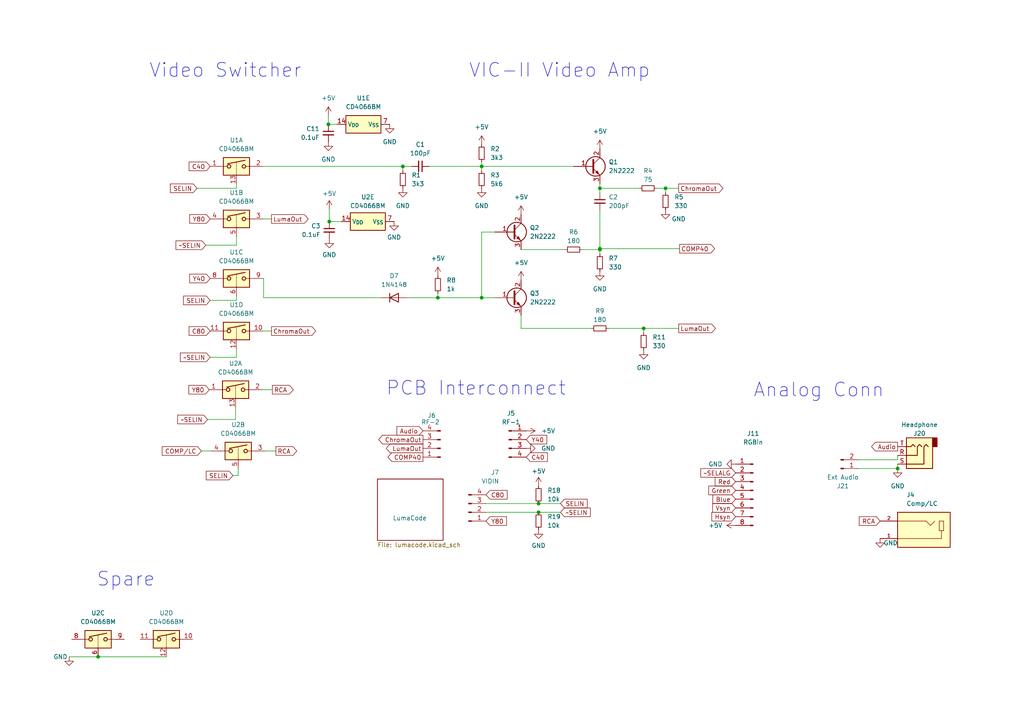
<source format=kicad_sch>
(kicad_sch (version 20230121) (generator eeschema)
  (paper "A4")
  (title_block (title "R2V2 - Commodore 128 Video Switcher") (date "2024-04-21") (rev "A") (company "©2024 Brian Holdsworth") (comment 1 "Many thanks to Steve Gray and Johan Grip for Technical help & Encouragement") (comment 2 "License CC-BY-SA 4.0") (comment 3 "Open Source Hardware"))
  (lib_symbols
    (symbol "Analog_Switch:CD4066BM"
      (property "Reference" "U" (at -5.08 3.81 0))
      (property "Value" "CD4066BM" (at 7.62 3.81 0))
      (symbol "CD4066BM_1_1"
        (rectangle (start -3.81 2.54) (end 3.81 -2.54) (stroke (width 0.254)) (fill (type background)))
        (circle (center -2.159 0) (radius 0.508) (stroke (width 0.254)))
        (polyline (pts (xy -5.08 0) (xy -2.794 0)))
        (polyline (pts (xy -2.54 0.762) (xy 2.54 1.778)) (stroke (width 0.254)))
        (polyline (pts (xy 0 -2.54) (xy 0 -2.032)))
        (polyline (pts (xy 0 -1.778) (xy 0 -1.524)))
        (polyline (pts (xy 0 -1.27) (xy 0 -1.016)))
        (polyline (pts (xy 0 -0.762) (xy 0 -0.508)))
        (polyline (pts (xy 0 -0.254) (xy 0 0)))
        (polyline (pts (xy 0 0.254) (xy 0 0.508)))
        (polyline (pts (xy 0 0.762) (xy 0 1.016)))
        (polyline (pts (xy 5.08 0) (xy 2.794 0)))
        (circle (center 2.159 0) (radius 0.508) (stroke (width 0.254)))
        (pin bidirectional line (at -7.62 0 0) (length 2.54) (name "~") (number "1"))
        (pin input line (at 0 -5.08 90) (length 2.54) (name "~") (number "13"))
        (pin bidirectional line (at 7.62 0 180) (length 2.54) (name "~") (number "2"))
      )
      (symbol "CD4066BM_2_1"
        (rectangle (start -3.81 2.54) (end 3.81 -2.54) (stroke (width 0.254)) (fill (type background)))
        (circle (center -2.159 0) (radius 0.508) (stroke (width 0.254)))
        (polyline (pts (xy -5.08 0) (xy -2.794 0)))
        (polyline (pts (xy -2.54 0.762) (xy 2.54 1.778)) (stroke (width 0.254)))
        (polyline (pts (xy 0 -2.54) (xy 0 -2.032)))
        (polyline (pts (xy 0 -1.778) (xy 0 -1.524)))
        (polyline (pts (xy 0 -1.27) (xy 0 -1.016)))
        (polyline (pts (xy 0 -0.762) (xy 0 -0.508)))
        (polyline (pts (xy 0 -0.254) (xy 0 0)))
        (polyline (pts (xy 0 0.254) (xy 0 0.508)))
        (polyline (pts (xy 0 0.762) (xy 0 1.016)))
        (polyline (pts (xy 5.08 0) (xy 2.794 0)))
        (circle (center 2.159 0) (radius 0.508) (stroke (width 0.254)))
        (pin bidirectional line (at 7.62 0 180) (length 2.54) (name "~") (number "3"))
        (pin bidirectional line (at -7.62 0 0) (length 2.54) (name "~") (number "4"))
        (pin input line (at 0 -5.08 90) (length 2.54) (name "~") (number "5"))
      )
      (symbol "CD4066BM_3_1"
        (rectangle (start -3.81 2.54) (end 3.81 -2.54) (stroke (width 0.254)) (fill (type background)))
        (circle (center -2.159 0) (radius 0.508) (stroke (width 0.254)))
        (polyline (pts (xy -5.08 0) (xy -2.794 0)))
        (polyline (pts (xy -2.54 0.762) (xy 2.54 1.778)) (stroke (width 0.254)))
        (polyline (pts (xy 0 -2.54) (xy 0 -2.032)))
        (polyline (pts (xy 0 -1.778) (xy 0 -1.524)))
        (polyline (pts (xy 0 -1.27) (xy 0 -1.016)))
        (polyline (pts (xy 0 -0.762) (xy 0 -0.508)))
        (polyline (pts (xy 0 -0.254) (xy 0 0)))
        (polyline (pts (xy 0 0.254) (xy 0 0.508)))
        (polyline (pts (xy 0 0.762) (xy 0 1.016)))
        (polyline (pts (xy 5.08 0) (xy 2.794 0)))
        (circle (center 2.159 0) (radius 0.508) (stroke (width 0.254)))
        (pin input line (at 0 -5.08 90) (length 2.54) (name "~") (number "6"))
        (pin bidirectional line (at -7.62 0 0) (length 2.54) (name "~") (number "8"))
        (pin bidirectional line (at 7.62 0 180) (length 2.54) (name "~") (number "9"))
      )
      (symbol "CD4066BM_4_1"
        (rectangle (start -3.81 2.54) (end 3.81 -2.54) (stroke (width 0.254)) (fill (type background)))
        (circle (center -2.159 0) (radius 0.508) (stroke (width 0.254)))
        (polyline (pts (xy -5.08 0) (xy -2.794 0)))
        (polyline (pts (xy -2.54 0.762) (xy 2.54 1.778)) (stroke (width 0.254)))
        (polyline (pts (xy 0 -2.54) (xy 0 -2.032)))
        (polyline (pts (xy 0 -1.778) (xy 0 -1.524)))
        (polyline (pts (xy 0 -1.27) (xy 0 -1.016)))
        (polyline (pts (xy 0 -0.762) (xy 0 -0.508)))
        (polyline (pts (xy 0 -0.254) (xy 0 0)))
        (polyline (pts (xy 0 0.254) (xy 0 0.508)))
        (polyline (pts (xy 0 0.762) (xy 0 1.016)))
        (polyline (pts (xy 5.08 0) (xy 2.794 0)))
        (circle (center 2.159 0) (radius 0.508) (stroke (width 0.254)))
        (pin bidirectional line (at 7.62 0 180) (length 2.54) (name "~") (number "10"))
        (pin bidirectional line (at -7.62 0 0) (length 2.54) (name "~") (number "11"))
        (pin input line (at 0 -5.08 90) (length 2.54) (name "~") (number "12"))
      )
      (symbol "CD4066BM_5_1"
        (rectangle (start -2.54 5.08) (end 2.54 -5.08) (stroke (width 0.254)) (fill (type background)))
        (pin power_in line (at 0 7.62 270) (length 2.54) (name "V_{DD}") (number "14"))
        (pin power_in line (at 0 -7.62 90) (length 2.54) (name "V_{SS}") (number "7"))
      )
    )
    (symbol "Connector:Conn_01x02_Pin" (pin_names (offset 1.016) hide)
      (property "Reference" "J" (at 0 2.54 0))
      (property "Value" "Conn_01x02_Pin" (at 0 -5.08 0))
      (symbol "Conn_01x02_Pin_1_1"
        (polyline (pts (xy 1.27 -2.54) (xy 0.8636 -2.54)) (stroke (width 0.1524)))
        (polyline (pts (xy 1.27 0) (xy 0.8636 0)) (stroke (width 0.1524)))
        (rectangle (start 0.8636 -2.413) (end 0 -2.667) (stroke (width 0.1524)) (fill (type outline)))
        (rectangle (start 0.8636 0.127) (end 0 -0.127) (stroke (width 0.1524)) (fill (type outline)))
        (pin passive line (at 5.08 0 180) (length 3.81) (name "Pin_1") (number "1"))
        (pin passive line (at 5.08 -2.54 180) (length 3.81) (name "Pin_2") (number "2"))
      )
    )
    (symbol "Connector:Conn_01x04_Pin" (pin_names (offset 1.016) hide)
      (property "Reference" "J" (at 0 5.08 0))
      (property "Value" "Conn_01x04_Pin" (at 0 -7.62 0))
      (symbol "Conn_01x04_Pin_1_1"
        (polyline (pts (xy 1.27 -5.08) (xy 0.8636 -5.08)) (stroke (width 0.1524)))
        (polyline (pts (xy 1.27 -2.54) (xy 0.8636 -2.54)) (stroke (width 0.1524)))
        (polyline (pts (xy 1.27 0) (xy 0.8636 0)) (stroke (width 0.1524)))
        (polyline (pts (xy 1.27 2.54) (xy 0.8636 2.54)) (stroke (width 0.1524)))
        (rectangle (start 0.8636 -4.953) (end 0 -5.207) (stroke (width 0.1524)) (fill (type outline)))
        (rectangle (start 0.8636 -2.413) (end 0 -2.667) (stroke (width 0.1524)) (fill (type outline)))
        (rectangle (start 0.8636 0.127) (end 0 -0.127) (stroke (width 0.1524)) (fill (type outline)))
        (rectangle (start 0.8636 2.667) (end 0 2.413) (stroke (width 0.1524)) (fill (type outline)))
        (pin passive line (at 5.08 2.54 180) (length 3.81) (name "Pin_1") (number "1"))
        (pin passive line (at 5.08 0 180) (length 3.81) (name "Pin_2") (number "2"))
        (pin passive line (at 5.08 -2.54 180) (length 3.81) (name "Pin_3") (number "3"))
        (pin passive line (at 5.08 -5.08 180) (length 3.81) (name "Pin_4") (number "4"))
      )
    )
    (symbol "Connector:Conn_01x08_Pin" (pin_names (offset 1.016) hide)
      (property "Reference" "J" (at 0 10.16 0))
      (property "Value" "Conn_01x08_Pin" (at 0 -12.7 0))
      (symbol "Conn_01x08_Pin_1_1"
        (polyline (pts (xy 1.27 -10.16) (xy 0.8636 -10.16)) (stroke (width 0.1524)))
        (polyline (pts (xy 1.27 -7.62) (xy 0.8636 -7.62)) (stroke (width 0.1524)))
        (polyline (pts (xy 1.27 -5.08) (xy 0.8636 -5.08)) (stroke (width 0.1524)))
        (polyline (pts (xy 1.27 -2.54) (xy 0.8636 -2.54)) (stroke (width 0.1524)))
        (polyline (pts (xy 1.27 0) (xy 0.8636 0)) (stroke (width 0.1524)))
        (polyline (pts (xy 1.27 2.54) (xy 0.8636 2.54)) (stroke (width 0.1524)))
        (polyline (pts (xy 1.27 5.08) (xy 0.8636 5.08)) (stroke (width 0.1524)))
        (polyline (pts (xy 1.27 7.62) (xy 0.8636 7.62)) (stroke (width 0.1524)))
        (rectangle (start 0.8636 -10.033) (end 0 -10.287) (stroke (width 0.1524)) (fill (type outline)))
        (rectangle (start 0.8636 -7.493) (end 0 -7.747) (stroke (width 0.1524)) (fill (type outline)))
        (rectangle (start 0.8636 -4.953) (end 0 -5.207) (stroke (width 0.1524)) (fill (type outline)))
        (rectangle (start 0.8636 -2.413) (end 0 -2.667) (stroke (width 0.1524)) (fill (type outline)))
        (rectangle (start 0.8636 0.127) (end 0 -0.127) (stroke (width 0.1524)) (fill (type outline)))
        (rectangle (start 0.8636 2.667) (end 0 2.413) (stroke (width 0.1524)) (fill (type outline)))
        (rectangle (start 0.8636 5.207) (end 0 4.953) (stroke (width 0.1524)) (fill (type outline)))
        (rectangle (start 0.8636 7.747) (end 0 7.493) (stroke (width 0.1524)) (fill (type outline)))
        (pin passive line (at 5.08 7.62 180) (length 3.81) (name "Pin_1") (number "1"))
        (pin passive line (at 5.08 5.08 180) (length 3.81) (name "Pin_2") (number "2"))
        (pin passive line (at 5.08 2.54 180) (length 3.81) (name "Pin_3") (number "3"))
        (pin passive line (at 5.08 0 180) (length 3.81) (name "Pin_4") (number "4"))
        (pin passive line (at 5.08 -2.54 180) (length 3.81) (name "Pin_5") (number "5"))
        (pin passive line (at 5.08 -5.08 180) (length 3.81) (name "Pin_6") (number "6"))
        (pin passive line (at 5.08 -7.62 180) (length 3.81) (name "Pin_7") (number "7"))
        (pin passive line (at 5.08 -10.16 180) (length 3.81) (name "Pin_8") (number "8"))
      )
    )
    (symbol "Connector_Audio:AudioJack3"
      (property "Reference" "J" (at 0 8.89 0))
      (property "Value" "AudioJack3" (at 0 6.35 0))
      (symbol "AudioJack3_0_1"
        (rectangle (start -5.08 -5.08) (end -6.35 -2.54) (stroke (width 0.254)) (fill (type outline)))
        (polyline (pts (xy 0 -2.54) (xy 0.635 -3.175) (xy 1.27 -2.54) (xy 2.54 -2.54)) (stroke (width 0.254)))
        (polyline (pts (xy -1.905 -2.54) (xy -1.27 -3.175) (xy -0.635 -2.54) (xy -0.635 0) (xy 2.54 0)) (stroke (width 0.254)))
        (polyline (pts (xy 2.54 2.54) (xy -2.54 2.54) (xy -2.54 -2.54) (xy -3.175 -3.175) (xy -3.81 -2.54)) (stroke (width 0.254)))
        (rectangle (start 2.54 3.81) (end -5.08 -5.08) (stroke (width 0.254)) (fill (type background)))
      )
      (symbol "AudioJack3_1_1"
        (pin passive line (at 5.08 0 180) (length 2.54) (name "~") (number "R"))
        (pin passive line (at 5.08 2.54 180) (length 2.54) (name "~") (number "S"))
        (pin passive line (at 5.08 -2.54 180) (length 2.54) (name "~") (number "T"))
      )
    )
    (symbol "Device:C_Small" (pin_numbers hide) (pin_names (offset 0.254) hide)
      (property "Reference" "C" (at 0.254 1.778 0))
      (property "Value" "C_Small" (at 0.254 -2.032 0))
      (symbol "C_Small_0_1"
        (polyline (pts (xy -1.524 -0.508) (xy 1.524 -0.508)) (stroke (width 0.3302)))
        (polyline (pts (xy -1.524 0.508) (xy 1.524 0.508)) (stroke (width 0.3048)))
      )
      (symbol "C_Small_1_1"
        (pin passive line (at 0 2.54 270) (length 2.032) (name "~") (number "1"))
        (pin passive line (at 0 -2.54 90) (length 2.032) (name "~") (number "2"))
      )
    )
    (symbol "Device:D" (pin_numbers hide) (pin_names (offset 1.016) hide)
      (property "Reference" "D" (at 0 2.54 0))
      (property "Value" "D" (at 0 -2.54 0))
      (symbol "D_0_1"
        (polyline (pts (xy -1.27 1.27) (xy -1.27 -1.27)) (stroke (width 0.254)))
        (polyline (pts (xy 1.27 0) (xy -1.27 0)))
        (polyline (pts (xy 1.27 1.27) (xy 1.27 -1.27) (xy -1.27 0) (xy 1.27 1.27)) (stroke (width 0.254)))
      )
      (symbol "D_1_1"
        (pin passive line (at -3.81 0 0) (length 2.54) (name "K") (number "1"))
        (pin passive line (at 3.81 0 180) (length 2.54) (name "A") (number "2"))
      )
    )
    (symbol "Device:Q_NPN_BCE" (pin_names (offset 0) hide)
      (property "Reference" "Q" (at 5.08 1.27 0))
      (property "Value" "Q_NPN_BCE" (at 5.08 -1.27 0))
      (symbol "Q_NPN_BCE_0_1"
        (polyline (pts (xy 0.635 0.635) (xy 2.54 2.54)))
        (polyline (pts (xy 0.635 -0.635) (xy 2.54 -2.54) (xy 2.54 -2.54)))
        (polyline (pts (xy 0.635 1.905) (xy 0.635 -1.905) (xy 0.635 -1.905)) (stroke (width 0.508)))
        (polyline (pts (xy 1.27 -1.778) (xy 1.778 -1.27) (xy 2.286 -2.286) (xy 1.27 -1.778) (xy 1.27 -1.778)) (fill (type outline)))
        (circle (center 1.27 0) (radius 2.8194) (stroke (width 0.254)))
      )
      (symbol "Q_NPN_BCE_1_1"
        (pin input line (at -5.08 0 0) (length 5.715) (name "B") (number "1"))
        (pin passive line (at 2.54 5.08 270) (length 2.54) (name "C") (number "2"))
        (pin passive line (at 2.54 -5.08 90) (length 2.54) (name "E") (number "3"))
      )
    )
    (symbol "Device:R_Small" (pin_numbers hide) (pin_names (offset 0.254) hide)
      (property "Reference" "R" (at 0.762 0.508 0))
      (property "Value" "R_Small" (at 0.762 -1.016 0))
      (symbol "R_Small_0_1"
        (rectangle (start -0.762 1.778) (end 0.762 -1.778) (stroke (width 0.2032)))
      )
      (symbol "R_Small_1_1"
        (pin passive line (at 0 2.54 270) (length 0.762) (name "~") (number "1"))
        (pin passive line (at 0 -2.54 90) (length 0.762) (name "~") (number "2"))
      )
    )
    (symbol "RCJ-044:RCJ-044" (pin_names (offset 1.016))
      (property "Reference" "J" (at -7.62 6.35 0))
      (property "Value" "RCJ-044" (at -7.62 -6.35 0))
      (symbol "RCJ-044_0_0"
        (rectangle (start -7.62 -5.08) (end 7.62 5.08) (stroke (width 0.254)) (fill (type background)))
        (polyline (pts (xy -5.715 -0.254) (xy -5.08 -0.254)) (stroke (width 0.1524)))
        (polyline (pts (xy -5.715 2.54) (xy -5.715 -0.254)) (stroke (width 0.1524)))
        (polyline (pts (xy -5.08 -2.54) (xy -5.08 -0.254)) (stroke (width 0.1524)))
        (polyline (pts (xy -5.08 -2.54) (xy 7.62 -2.54)) (stroke (width 0.1524)))
        (polyline (pts (xy -5.08 -0.254) (xy -4.445 -0.254)) (stroke (width 0.1524)))
        (polyline (pts (xy -4.445 -0.254) (xy -4.445 2.54)) (stroke (width 0.1524)))
        (polyline (pts (xy -4.445 2.54) (xy -5.715 2.54)) (stroke (width 0.1524)))
        (polyline (pts (xy -1.905 1.27) (xy -3.175 2.54)) (stroke (width 0.1524)))
        (polyline (pts (xy -0.635 2.54) (xy -1.905 1.27)) (stroke (width 0.1524)))
        (polyline (pts (xy -0.635 2.54) (xy 7.62 2.54)) (stroke (width 0.1524)))
        (pin passive line (at 12.7 -2.54 180) (length 5.08) (name "~") (number "1"))
        (pin passive line (at 12.7 2.54 180) (length 5.08) (name "~") (number "2"))
      )
    )
    (symbol "power:+5V" (power) (pin_names (offset 0))
      (property "Value" "+5V" (at 0 3.556 0))
      (symbol "+5V_0_1"
        (polyline (pts (xy -0.762 1.27) (xy 0 2.54)))
        (polyline (pts (xy 0 0) (xy 0 2.54)))
        (polyline (pts (xy 0 2.54) (xy 0.762 1.27)))
      )
      (symbol "+5V_1_1"
        (pin power_in line (at 0 0 90) (length 0) hide (name "+5V") (number "1"))
      )
    )
    (symbol "power:GND" (power) (pin_names (offset 0))
      (property "Value" "GND" (at 0 -3.81 0))
      (symbol "GND_0_1"
        (polyline (pts (xy 0 0) (xy 0 -1.27) (xy 1.27 -1.27) (xy 0 -2.54) (xy -1.27 -1.27) (xy 0 -1.27)))
      )
      (symbol "GND_1_1"
        (pin power_in line (at 0 0 270) (length 0) hide (name "GND") (number "1"))
      )
    )
  )
  (junction (at 139.7 86.36))
  (junction (at 95.25 36.068))
  (junction (at 173.99 72.136))
  (junction (at 173.99 54.61))
  (junction (at 127 86.36))
  (junction (at 28.448 190.5))
  (junction (at 139.7 48.26))
  (junction (at 156.21 146.05))
  (junction (at 260.35 135.89))
  (junction (at 173.99 72.39))
  (junction (at 116.84 48.26))
  (junction (at 193.04 54.61))
  (junction (at 156.21 148.59))
  (junction (at 186.69 95.25))
  (junction (at 95.504 64.262))
  (wire (pts (xy 186.69 95.25) (xy 196.85 95.25)))
  (wire (pts (xy 143.51 67.31) (xy 139.7 67.31)))
  (wire (pts (xy 95.504 60.706) (xy 95.504 64.262)))
  (wire (pts (xy 190.5 54.61) (xy 193.04 54.61)))
  (wire (pts (xy 95.25 36.068) (xy 97.79 36.068)))
  (wire (pts (xy 95.504 64.262) (xy 99.06 64.262)))
  (wire (pts (xy 139.7 48.26) (xy 139.7 49.53)))
  (wire (pts (xy 173.99 72.136) (xy 173.99 60.96)))
  (wire (pts (xy 118.11 86.36) (xy 127 86.36)))
  (wire (pts (xy 60.96 87.122) (xy 68.58 87.122)))
  (wire (pts (xy 193.04 54.61) (xy 193.04 55.88)))
  (wire (pts (xy 156.21 146.05) (xy 162.56 146.05)))
  (wire (pts (xy 59.69 71.12) (xy 68.58 71.12)))
  (wire (pts (xy 95.25 33.528) (xy 95.25 36.068)))
  (wire (pts (xy 139.7 67.31) (xy 139.7 86.36)))
  (wire (pts (xy 28.448 190.5) (xy 48.26 190.5)))
  (wire (pts (xy 75.946 113.03) (xy 78.994 113.03)))
  (wire (pts (xy 151.13 95.25) (xy 171.45 95.25)))
  (wire (pts (xy 248.92 133.35) (xy 260.35 133.35)))
  (wire (pts (xy 124.46 48.26) (xy 139.7 48.26)))
  (wire (pts (xy 173.99 53.34) (xy 173.99 54.61)))
  (wire (pts (xy 173.99 54.61) (xy 185.42 54.61)))
  (wire (pts (xy 60.96 103.632) (xy 68.58 103.632)))
  (wire (pts (xy 76.2 48.26) (xy 116.84 48.26)))
  (wire (pts (xy 76.454 86.36) (xy 110.49 86.36)))
  (wire (pts (xy 76.454 80.772) (xy 76.454 86.36)))
  (wire (pts (xy 173.99 72.136) (xy 197.104 72.136)))
  (wire (pts (xy 57.15 54.61) (xy 68.58 54.61)))
  (wire (pts (xy 76.2 96.012) (xy 78.74 96.012)))
  (wire (pts (xy 68.58 71.12) (xy 68.58 68.58)))
  (wire (pts (xy 173.99 72.136) (xy 173.99 72.39)))
  (wire (pts (xy 20.066 190.5) (xy 28.448 190.5)))
  (wire (pts (xy 260.35 135.89) (xy 248.92 135.89)))
  (wire (pts (xy 68.58 54.61) (xy 68.58 53.34)))
  (wire (pts (xy 60.198 121.666) (xy 68.326 121.666)))
  (wire (pts (xy 139.7 86.36) (xy 143.51 86.36)))
  (wire (pts (xy 260.35 133.35) (xy 260.35 132.08)))
  (wire (pts (xy 127 86.36) (xy 139.7 86.36)))
  (wire (pts (xy 69.088 137.922) (xy 67.564 137.922)))
  (wire (pts (xy 156.21 148.59) (xy 162.56 148.59)))
  (wire (pts (xy 139.7 48.26) (xy 166.37 48.26)))
  (wire (pts (xy 139.7 46.99) (xy 139.7 48.26)))
  (wire (pts (xy 193.04 54.61) (xy 196.85 54.61)))
  (wire (pts (xy 151.13 91.44) (xy 151.13 95.25)))
  (wire (pts (xy 176.53 95.25) (xy 186.69 95.25)))
  (wire (pts (xy 140.97 146.05) (xy 156.21 146.05)))
  (wire (pts (xy 68.58 87.122) (xy 68.58 85.852)))
  (wire (pts (xy 260.35 134.62) (xy 260.35 135.89)))
  (wire (pts (xy 186.69 95.25) (xy 186.69 96.52)))
  (wire (pts (xy 151.13 72.39) (xy 163.83 72.39)))
  (wire (pts (xy 69.088 135.89) (xy 69.088 137.922)))
  (wire (pts (xy 68.326 118.11) (xy 68.326 121.666)))
  (wire (pts (xy 76.2 63.5) (xy 78.74 63.5)))
  (wire (pts (xy 76.708 130.81) (xy 80.01 130.81)))
  (wire (pts (xy 116.84 48.26) (xy 116.84 49.53)))
  (wire (pts (xy 173.99 72.39) (xy 173.99 73.66)))
  (wire (pts (xy 127 85.09) (xy 127 86.36)))
  (wire (pts (xy 140.97 148.59) (xy 156.21 148.59)))
  (wire (pts (xy 68.58 103.632) (xy 68.58 101.092)))
  (wire (pts (xy 173.99 54.61) (xy 173.99 55.88)))
  (wire (pts (xy 168.91 72.39) (xy 173.99 72.39)))
  (wire (pts (xy 76.2 80.772) (xy 76.454 80.772)))
  (wire (pts (xy 58.42 130.81) (xy 61.468 130.81)))
  (wire (pts (xy 116.84 48.26) (xy 119.38 48.26)))
  (text "Spare" (at 27.94 170.434 0) (effects (font (size 4 4)) (justify left bottom)))
  (text "VIC-II Video Amp" (at 135.89 22.86 0) (effects (font (size 4 4)) (justify left bottom)))
  (text "Video Switcher" (at 43.18 22.86 0) (effects (font (size 4 4)) (justify left bottom)))
  (text "Analog Conn" (at 218.44 115.57 0) (effects (font (size 4 4)) (justify left bottom)))
  (text "PCB Interconnect" (at 111.887 115.062 0) (effects (font (size 4 4)) (justify left bottom)))
  (global_label "Vsyn" (shape input) (at 213.36 147.32 180) (property "Intersheetrefs" "${INTERSHEET_REFS}" (effects hide)))
  (global_label "COMP40" (shape output) (at 197.104 72.136 0) (property "Intersheetrefs" "${INTERSHEET_REFS}" (effects hide)))
  (global_label "Y80" (shape input) (at 60.706 113.03 180) (property "Intersheetrefs" "${INTERSHEET_REFS}" (effects hide)))
  (global_label "SELIN" (shape input) (at 60.96 87.122 180) (property "Intersheetrefs" "${INTERSHEET_REFS}" (effects hide)))
  (global_label "Y40" (shape input) (at 60.96 80.772 180) (property "Intersheetrefs" "${INTERSHEET_REFS}" (effects hide)))
  (global_label "ChromaOut" (shape output) (at 122.682 127.508 180) (property "Intersheetrefs" "${INTERSHEET_REFS}" (effects hide)))
  (global_label "Blue" (shape input) (at 213.36 144.78 180) (property "Intersheetrefs" "${INTERSHEET_REFS}" (effects hide)))
  (global_label "COMP40" (shape output) (at 122.682 132.588 180) (property "Intersheetrefs" "${INTERSHEET_REFS}" (effects hide)))
  (global_label "LumaOut" (shape output) (at 122.682 130.048 180) (property "Intersheetrefs" "${INTERSHEET_REFS}" (effects hide)))
  (global_label "RCA" (shape output) (at 80.01 130.81 0) (property "Intersheetrefs" "${INTERSHEET_REFS}" (effects hide)))
  (global_label "C40" (shape input) (at 60.96 48.26 180) (property "Intersheetrefs" "${INTERSHEET_REFS}" (effects hide)))
  (global_label "Y80" (shape input) (at 140.97 151.13 0) (property "Intersheetrefs" "${INTERSHEET_REFS}" (effects hide)))
  (global_label "Audio" (shape input) (at 122.682 124.968 180) (property "Intersheetrefs" "${INTERSHEET_REFS}" (effects hide)))
  (global_label "~SELIN" (shape input) (at 60.96 103.632 180) (property "Intersheetrefs" "${INTERSHEET_REFS}" (effects hide)))
  (global_label "Y40" (shape input) (at 152.654 127.508 0) (property "Intersheetrefs" "${INTERSHEET_REFS}" (effects hide)))
  (global_label "~SELIN" (shape input) (at 59.69 71.12 180) (property "Intersheetrefs" "${INTERSHEET_REFS}" (effects hide)))
  (global_label "Hsyn" (shape input) (at 213.36 149.86 180) (property "Intersheetrefs" "${INTERSHEET_REFS}" (effects hide)))
  (global_label "COMP{slash}LC" (shape input) (at 58.42 130.81 180) (property "Intersheetrefs" "${INTERSHEET_REFS}" (effects hide)))
  (global_label "SELIN" (shape input) (at 67.564 137.922 180) (property "Intersheetrefs" "${INTERSHEET_REFS}" (effects hide)))
  (global_label "LumaOut" (shape output) (at 196.85 95.25 0) (property "Intersheetrefs" "${INTERSHEET_REFS}" (effects hide)))
  (global_label "Audio" (shape output) (at 260.35 129.54 180) (property "Intersheetrefs" "${INTERSHEET_REFS}" (effects hide)))
  (global_label "Green" (shape input) (at 213.36 142.24 180) (property "Intersheetrefs" "${INTERSHEET_REFS}" (effects hide)))
  (global_label "Red" (shape input) (at 213.36 139.7 180) (property "Intersheetrefs" "${INTERSHEET_REFS}" (effects hide)))
  (global_label "~SELALG" (shape input) (at 213.36 137.16 180) (property "Intersheetrefs" "${INTERSHEET_REFS}" (effects hide)))
  (global_label "~SELIN" (shape input) (at 162.56 148.59 0) (property "Intersheetrefs" "${INTERSHEET_REFS}" (effects hide)))
  (global_label "Y80" (shape input) (at 60.96 63.5 180) (property "Intersheetrefs" "${INTERSHEET_REFS}" (effects hide)))
  (global_label "C80" (shape input) (at 60.96 96.012 180) (property "Intersheetrefs" "${INTERSHEET_REFS}" (effects hide)))
  (global_label "SELIN" (shape input) (at 162.56 146.05 0) (property "Intersheetrefs" "${INTERSHEET_REFS}" (effects hide)))
  (global_label "ChromaOut" (shape output) (at 196.85 54.61 0) (property "Intersheetrefs" "${INTERSHEET_REFS}" (effects hide)))
  (global_label "RCA" (shape input) (at 255.27 151.13 180) (property "Intersheetrefs" "${INTERSHEET_REFS}" (effects hide)))
  (global_label "~SELIN" (shape input) (at 60.198 121.666 180) (property "Intersheetrefs" "${INTERSHEET_REFS}" (effects hide)))
  (global_label "C80" (shape input) (at 140.97 143.51 0) (property "Intersheetrefs" "${INTERSHEET_REFS}" (effects hide)))
  (global_label "ChromaOut" (shape output) (at 78.74 96.012 0) (property "Intersheetrefs" "${INTERSHEET_REFS}" (effects hide)))
  (global_label "C40" (shape input) (at 152.654 132.588 0) (property "Intersheetrefs" "${INTERSHEET_REFS}" (effects hide)))
  (global_label "SELIN" (shape input) (at 57.15 54.61 180) (property "Intersheetrefs" "${INTERSHEET_REFS}" (effects hide)))
  (global_label "RCA" (shape output) (at 78.994 113.03 0) (property "Intersheetrefs" "${INTERSHEET_REFS}" (effects hide)))
  (global_label "LumaOut" (shape output) (at 78.74 63.5 0) (property "Intersheetrefs" "${INTERSHEET_REFS}" (effects hide)))
  (symbol (lib_id "Device:R_Small") (at 173.99 95.25 90) (unit 1)
    (property "Reference" "R9" (at 173.99 90.17 90))
    (property "Value" "180" (at 173.99 92.71 90))
    (property "Footprint" "Resistor_SMD:R_1206_3216Metric" (effects hide))
  )
  (symbol (lib_id "Device:R_Small") (at 173.99 76.2 0) (unit 1)
    (property "Reference" "R7" (at 176.53 74.93 0) (effects (justify left)))
    (property "Value" "330" (at 176.53 77.47 0) (effects (justify left)))
    (property "Footprint" "Resistor_SMD:R_1206_3216Metric" (effects hide))
  )
  (symbol (lib_id "Device:R_Small") (at 187.96 54.61 90) (unit 1)
    (property "Reference" "R4" (at 187.96 49.53 90))
    (property "Value" "75" (at 187.96 52.07 90))
    (property "Footprint" "Resistor_SMD:R_1206_3216Metric" (effects hide))
  )
  (symbol (lib_id "power:+5V") (at 151.13 62.23 0) (unit 1)
    (property "Reference" "#PWR013" (effects hide))
    (property "Value" "+5V" (at 151.13 57.15 0))
  )
  (symbol (lib_id "power:GND") (at 95.504 69.342 0) (unit 1)
    (property "Reference" "#PWR042" (effects hide))
    (property "Value" "GND" (at 95.504 73.914 0))
  )
  (symbol (lib_id "Device:C_Small") (at 95.504 66.802 0) (mirror y) (unit 1)
    (property "Reference" "C3" (at 92.964 65.5383 0) (effects (justify left)))
    (property "Value" "0.1uF" (at 92.964 68.0783 0) (effects (justify left)))
    (property "Footprint" "Capacitor_SMD:C_1206_3216Metric" (effects hide))
  )
  (symbol (lib_id "power:GND") (at 95.25 41.148 0) (unit 1)
    (property "Reference" "#PWR043" (effects hide))
    (property "Value" "GND" (at 95.25 46.228 0))
  )
  (symbol (lib_id "Analog_Switch:CD4066BM") (at 68.58 48.26 0) (unit 1)
    (property "Reference" "U1" (at 68.58 40.64 0))
    (property "Value" "CD4066BM" (at 68.58 43.18 0))
    (property "Footprint" "Package_SO:SO-14_3.9x8.65mm_P1.27mm" (effects hide))
    (property "Datasheet" "https://www.ti.com/lit/ds/symlink/cd4066b.pdf" (effects hide))
  )
  (symbol (lib_id "power:GND") (at 114.3 64.262 0) (unit 1)
    (property "Reference" "#PWR041" (effects hide))
    (property "Value" "GND" (at 114.3 68.834 0))
  )
  (symbol (lib_id "Connector:Conn_01x04_Pin") (at 127.762 130.048 180) (unit 1)
    (property "Reference" "J6" (at 125.222 120.523 0))
    (property "Value" "RF-2" (at 124.841 122.428 0))
    (property "Footprint" "Connector_PinHeader_2.54mm:PinHeader_1x04_P2.54mm_Vertical" (effects hide))
  )
  (symbol (lib_id "power:+5V") (at 95.25 33.528 0) (unit 1)
    (property "Reference" "#PWR035" (effects hide))
    (property "Value" "+5V" (at 95.25 28.448 0))
  )
  (symbol (lib_id "Device:R_Small") (at 156.21 151.13 0) (unit 1)
    (property "Reference" "R19" (at 158.75 149.86 0) (effects (justify left)))
    (property "Value" "10k" (at 158.75 152.4 0) (effects (justify left)))
    (property "Footprint" "Resistor_SMD:R_1206_3216Metric" (effects hide))
  )
  (symbol (lib_id "power:+5V") (at 173.99 43.18 0) (unit 1)
    (property "Reference" "#PWR012" (effects hide))
    (property "Value" "+5V" (at 173.99 38.1 0))
  )
  (symbol (lib_id "Analog_Switch:CD4066BM") (at 68.58 80.772 0) (unit 3)
    (property "Reference" "U1" (at 68.58 73.152 0))
    (property "Value" "CD4066BM" (at 68.58 75.692 0))
    (property "Footprint" "Package_SO:SO-14_3.9x8.65mm_P1.27mm" (effects hide))
    (property "Datasheet" "https://www.ti.com/lit/ds/symlink/cd4066b.pdf" (effects hide))
  )
  (symbol (lib_id "power:GND") (at 139.7 54.61 0) (unit 1)
    (property "Reference" "#PWR016" (effects hide))
    (property "Value" "GND" (at 139.7 59.69 0))
  )
  (symbol (lib_id "Device:D") (at 114.3 86.36 0) (unit 1)
    (property "Reference" "D7" (at 114.3 80.01 0))
    (property "Value" "1N4148" (at 114.3 82.55 0))
    (property "Footprint" "Diode_SMD:D_SOD-123" (effects hide))
    (property "Sim.Device" "D" (effects hide))
    (property "Sim.Pins" "1=K 2=A" (effects hide))
  )
  (symbol (lib_id "Analog_Switch:CD4066BM") (at 48.26 185.42 0) (unit 4)
    (property "Reference" "U2" (at 48.26 177.8 0))
    (property "Value" "CD4066BM" (at 48.26 180.34 0))
    (property "Footprint" "Package_SO:SO-14_3.9x8.65mm_P1.27mm" (effects hide))
    (property "Datasheet" "https://www.ti.com/lit/ds/symlink/cd4066b.pdf" (effects hide))
  )
  (symbol (lib_id "Connector:Conn_01x08_Pin") (at 218.44 142.24 0) (mirror y) (unit 1)
    (property "Reference" "J11" (at 218.44 125.73 0))
    (property "Value" "RGBin" (at 218.44 128.27 0))
    (property "Footprint" "Connector_PinHeader_2.54mm:PinHeader_2x04_P2.54mm_Vertical" (effects hide))
  )
  (symbol (lib_id "Device:R_Small") (at 186.69 99.06 0) (unit 1)
    (property "Reference" "R11" (at 189.23 97.79 0) (effects (justify left)))
    (property "Value" "330" (at 189.23 100.33 0) (effects (justify left)))
    (property "Footprint" "Resistor_SMD:R_1206_3216Metric" (effects hide))
  )
  (symbol (lib_id "power:GND") (at 213.36 134.62 270) (unit 1)
    (property "Reference" "#PWR01" (effects hide))
    (property "Value" "GND" (at 209.55 134.62 90) (effects (justify right)))
  )
  (symbol (lib_id "RCJ-044:RCJ-044") (at 267.97 153.67 0) (mirror y) (unit 1)
    (property "Reference" "J4" (at 262.89 143.51 0) (effects (justify right)))
    (property "Value" "Comp/LC" (at 262.89 146.05 0) (effects (justify right)))
    (property "Footprint" "r2v2_proj_models:CUI_RCJ-044" (effects hide))
    (property "PARTREV" "1.02" (effects hide))
    (property "STANDARD" "Manufacturer Recommendations" (effects hide))
    (property "MAXIMUM_PACKAGE_HEIGHT" "11.6 mm" (effects hide))
    (property "MANUFACTURER" "CUI Devices" (effects hide))
  )
  (symbol (lib_id "Device:R_Small") (at 139.7 44.45 0) (unit 1)
    (property "Reference" "R2" (at 142.24 43.18 0) (effects (justify left)))
    (property "Value" "3k3" (at 142.24 45.72 0) (effects (justify left)))
    (property "Footprint" "Resistor_SMD:R_1206_3216Metric" (effects hide))
  )
  (symbol (lib_id "power:+5V") (at 213.36 152.4 90) (unit 1)
    (property "Reference" "#PWR03" (effects hide))
    (property "Value" "+5V" (at 209.55 152.4 90) (effects (justify left)))
  )
  (symbol (lib_id "power:GND") (at 186.69 101.6 0) (unit 1)
    (property "Reference" "#PWR021" (effects hide))
    (property "Value" "GND" (at 186.69 106.68 0))
  )
  (symbol (lib_id "power:GND") (at 116.84 54.61 0) (unit 1)
    (property "Reference" "#PWR015" (effects hide))
    (property "Value" "GND" (at 116.84 59.69 0))
  )
  (symbol (lib_id "power:+5V") (at 127 80.01 0) (unit 1)
    (property "Reference" "#PWR020" (effects hide))
    (property "Value" "+5V" (at 127 74.93 0))
  )
  (symbol (lib_id "Analog_Switch:CD4066BM") (at 68.326 113.03 0) (unit 1)
    (property "Reference" "U2" (at 68.326 105.41 0))
    (property "Value" "CD4066BM" (at 68.326 107.95 0))
    (property "Footprint" "Package_SO:SO-14_3.9x8.65mm_P1.27mm" (effects hide))
    (property "Datasheet" "https://www.ti.com/lit/ds/symlink/cd4066b.pdf" (effects hide))
  )
  (symbol (lib_id "power:GND") (at 193.04 60.96 0) (unit 1)
    (property "Reference" "#PWR018" (effects hide))
    (property "Value" "GND" (at 196.85 63.5 0))
  )
  (symbol (lib_id "power:+5V") (at 95.504 60.706 0) (unit 1)
    (property "Reference" "#PWR046" (effects hide))
    (property "Value" "+5V" (at 95.504 56.134 0))
  )
  (symbol (lib_id "Device:Q_NPN_BCE") (at 148.59 67.31 0) (unit 1)
    (property "Reference" "Q2" (at 153.67 66.04 0) (effects (justify left)))
    (property "Value" "2N2222" (at 153.67 68.58 0) (effects (justify left)))
    (property "Footprint" "Package_TO_SOT_THT:TO-92" (effects hide))
  )
  (symbol (lib_id "Device:R_Small") (at 193.04 58.42 0) (unit 1)
    (property "Reference" "R5" (at 195.58 57.15 0) (effects (justify left)))
    (property "Value" "330" (at 195.58 59.69 0) (effects (justify left)))
    (property "Footprint" "Resistor_SMD:R_1206_3216Metric" (effects hide))
  )
  (symbol (lib_id "power:GND") (at 173.99 78.74 0) (unit 1)
    (property "Reference" "#PWR019" (effects hide))
    (property "Value" "GND" (at 173.99 83.82 0))
  )
  (symbol (lib_id "Device:C_Small") (at 95.25 38.608 0) (mirror y) (unit 1)
    (property "Reference" "C11" (at 92.71 37.3443 0) (effects (justify left)))
    (property "Value" "0.1uF" (at 92.71 39.8843 0) (effects (justify left)))
    (property "Footprint" "Capacitor_SMD:C_1206_3216Metric" (effects hide))
  )
  (symbol (lib_id "power:+5V") (at 151.13 81.28 0) (unit 1)
    (property "Reference" "#PWR014" (effects hide))
    (property "Value" "+5V" (at 151.13 76.2 0))
  )
  (symbol (lib_id "Analog_Switch:CD4066BM") (at 106.68 64.262 90) (unit 5)
    (property "Reference" "U2" (at 106.68 57.15 90))
    (property "Value" "CD4066BM" (at 106.68 59.69 90))
    (property "Footprint" "Package_SO:SO-14_3.9x8.65mm_P1.27mm" (effects hide))
    (property "Datasheet" "https://www.ti.com/lit/ds/symlink/cd4066b.pdf" (effects hide))
  )
  (symbol (lib_id "Analog_Switch:CD4066BM") (at 28.448 185.42 0) (unit 3)
    (property "Reference" "U2" (at 28.448 177.8 0))
    (property "Value" "CD4066BM" (at 28.448 180.34 0))
    (property "Footprint" "Package_SO:SO-14_3.9x8.65mm_P1.27mm" (effects hide))
    (property "Datasheet" "https://www.ti.com/lit/ds/symlink/cd4066b.pdf" (effects hide))
  )
  (symbol (lib_id "Connector:Conn_01x02_Pin") (at 243.84 135.89 0) (mirror x) (unit 1)
    (property "Reference" "J21" (at 244.475 140.97 0))
    (property "Value" "Ext Audio" (at 244.475 138.43 0))
    (property "Footprint" "Connector_PinHeader_2.54mm:PinHeader_1x02_P2.54mm_Vertical" (effects hide))
  )
  (symbol (lib_id "Device:R_Small") (at 127 82.55 0) (unit 1)
    (property "Reference" "R8" (at 129.54 81.28 0) (effects (justify left)))
    (property "Value" "1k" (at 129.54 83.82 0) (effects (justify left)))
    (property "Footprint" "Resistor_SMD:R_1206_3216Metric" (effects hide))
  )
  (symbol (lib_id "Analog_Switch:CD4066BM") (at 68.58 96.012 0) (unit 4)
    (property "Reference" "U1" (at 68.58 88.392 0))
    (property "Value" "CD4066BM" (at 68.58 90.932 0))
    (property "Footprint" "Package_SO:SO-14_3.9x8.65mm_P1.27mm" (effects hide))
    (property "Datasheet" "https://www.ti.com/lit/ds/symlink/cd4066b.pdf" (effects hide))
  )
  (symbol (lib_id "Connector_Audio:AudioJack3") (at 265.43 132.08 180) (unit 1)
    (property "Reference" "J20" (at 266.7 125.73 0))
    (property "Value" "Headphone" (at 266.7 123.19 0))
    (property "Footprint" "Connector_Audio:Jack_3.5mm_CUI_SJ1-3523N_Horizontal" (effects hide))
  )
  (symbol (lib_id "Connector:Conn_01x04_Pin") (at 147.574 127.508 0) (unit 1)
    (property "Reference" "J5" (at 148.209 119.888 0))
    (property "Value" "RF-1" (at 148.209 122.428 0))
    (property "Footprint" "Connector_PinHeader_2.54mm:PinHeader_1x04_P2.54mm_Vertical" (effects hide))
  )
  (symbol (lib_id "Device:Q_NPN_BCE") (at 148.59 86.36 0) (unit 1)
    (property "Reference" "Q3" (at 153.67 85.09 0) (effects (justify left)))
    (property "Value" "2N2222" (at 153.67 87.63 0) (effects (justify left)))
    (property "Footprint" "Package_TO_SOT_THT:TO-92" (effects hide))
  )
  (symbol (lib_id "Connector:Conn_01x04_Pin") (at 135.89 148.59 0) (mirror x) (unit 1)
    (property "Reference" "J7" (at 144.78 137.033 0) (effects (justify right)))
    (property "Value" "VIDIN" (at 144.78 139.573 0) (effects (justify right)))
    (property "Footprint" "Connector_PinHeader_2.54mm:PinHeader_1x04_P2.54mm_Vertical" (effects hide))
  )
  (symbol (lib_id "Device:R_Small") (at 116.84 52.07 0) (unit 1)
    (property "Reference" "R1" (at 119.38 50.8 0) (effects (justify left)))
    (property "Value" "3k3" (at 119.38 53.34 0) (effects (justify left)))
    (property "Footprint" "Resistor_SMD:R_1206_3216Metric" (effects hide))
  )
  (symbol (lib_id "Analog_Switch:CD4066BM") (at 68.58 63.5 0) (unit 2)
    (property "Reference" "U1" (at 68.58 55.88 0))
    (property "Value" "CD4066BM" (at 68.58 58.42 0))
    (property "Footprint" "Package_SO:SO-14_3.9x8.65mm_P1.27mm" (effects hide))
    (property "Datasheet" "https://www.ti.com/lit/ds/symlink/cd4066b.pdf" (effects hide))
  )
  (symbol (lib_id "power:GND") (at 113.03 36.068 0) (unit 1)
    (property "Reference" "#PWR036" (effects hide))
    (property "Value" "GND" (at 113.03 41.148 0))
  )
  (symbol (lib_id "Device:Q_NPN_BCE") (at 171.45 48.26 0) (unit 1)
    (property "Reference" "Q1" (at 176.53 46.99 0) (effects (justify left)))
    (property "Value" "2N2222" (at 176.53 49.53 0) (effects (justify left)))
    (property "Footprint" "Package_TO_SOT_THT:TO-92" (effects hide))
  )
  (symbol (lib_id "Device:C_Small") (at 173.99 58.42 0) (unit 1)
    (property "Reference" "C2" (at 176.53 57.1563 0) (effects (justify left)))
    (property "Value" "200pF" (at 176.53 59.6963 0) (effects (justify left)))
    (property "Footprint" "Capacitor_SMD:C_1206_3216Metric" (effects hide))
  )
  (symbol (lib_id "power:GND") (at 152.654 130.048 90) (unit 1)
    (property "Reference" "#PWR05" (effects hide))
    (property "Value" "GND" (at 156.972 130.048 90) (effects (justify right)))
  )
  (symbol (lib_id "power:GND") (at 260.35 135.89 0) (unit 1)
    (property "Reference" "#PWR02" (effects hide))
    (property "Value" "GND" (at 260.35 140.97 0))
  )
  (symbol (lib_id "Device:C_Small") (at 121.92 48.26 270) (unit 1)
    (property "Reference" "C1" (at 121.9136 41.91 90))
    (property "Value" "100pF" (at 121.9136 44.45 90))
    (property "Footprint" "Capacitor_SMD:C_1206_3216Metric" (effects hide))
  )
  (symbol (lib_id "power:GND") (at 156.21 153.67 0) (unit 1)
    (property "Reference" "#PWR030" (effects hide))
    (property "Value" "GND" (at 156.21 158.242 0))
  )
  (symbol (lib_id "Analog_Switch:CD4066BM") (at 105.41 36.068 90) (unit 5)
    (property "Reference" "U1" (at 105.41 28.448 90))
    (property "Value" "CD4066BM" (at 105.41 30.988 90))
    (property "Footprint" "Package_SO:SO-14_3.9x8.65mm_P1.27mm" (effects hide))
    (property "Datasheet" "https://www.ti.com/lit/ds/symlink/cd4066b.pdf" (effects hide))
  )
  (symbol (lib_id "power:+5V") (at 152.654 124.968 270) (unit 1)
    (property "Reference" "#PWR04" (effects hide))
    (property "Value" "+5V" (at 156.972 124.968 90) (effects (justify left)))
  )
  (symbol (lib_id "Analog_Switch:CD4066BM") (at 69.088 130.81 0) (unit 2)
    (property "Reference" "U2" (at 69.088 123.19 0))
    (property "Value" "CD4066BM" (at 69.088 125.73 0))
    (property "Footprint" "Package_SO:SO-14_3.9x8.65mm_P1.27mm" (effects hide))
    (property "Datasheet" "https://www.ti.com/lit/ds/symlink/cd4066b.pdf" (effects hide))
  )
  (symbol (lib_id "power:+5V") (at 156.21 140.97 0) (unit 1)
    (property "Reference" "#PWR029" (effects hide))
    (property "Value" "+5V" (at 156.21 136.652 0))
  )
  (symbol (lib_id "Device:R_Small") (at 139.7 52.07 0) (unit 1)
    (property "Reference" "R3" (at 142.24 50.8 0) (effects (justify left)))
    (property "Value" "5k6" (at 142.24 53.34 0) (effects (justify left)))
    (property "Footprint" "Resistor_SMD:R_1206_3216Metric" (effects hide))
  )
  (symbol (lib_id "Device:R_Small") (at 156.21 143.51 0) (unit 1)
    (property "Reference" "R18" (at 158.75 142.24 0) (effects (justify left)))
    (property "Value" "10k" (at 158.75 144.78 0) (effects (justify left)))
    (property "Footprint" "Resistor_SMD:R_1206_3216Metric" (effects hide))
  )
  (symbol (lib_id "power:GND") (at 255.27 156.21 0) (unit 1)
    (property "Reference" "#PWR06" (effects hide))
    (property "Value" "GND" (at 258.318 157.48 0))
  )
  (symbol (lib_id "Device:R_Small") (at 166.37 72.39 270) (unit 1)
    (property "Reference" "R6" (at 166.37 67.31 90))
    (property "Value" "180" (at 166.37 69.85 90))
    (property "Footprint" "Resistor_SMD:R_1206_3216Metric" (effects hide))
  )
  (symbol (lib_id "power:GND") (at 20.066 190.5 0) (unit 1)
    (property "Reference" "#PWR07" (effects hide))
    (property "Value" "GND" (at 17.526 190.5 0))
  )
  (symbol (lib_id "power:+5V") (at 139.7 41.91 0) (unit 1)
    (property "Reference" "#PWR017" (effects hide))
    (property "Value" "+5V" (at 139.7 36.83 0))
  )
  (sheet (at 109.474 138.938) (size 19.05 17.78) (stroke (width 0.1524))
    (property "Sheetname" "LumaCode" (at 113.919 151.003 0) (effects (justify left bottom)))
    (property "Sheetfile" "lumacode.kicad_sch" (at 109.474 157.3026 0) (effects (justify left top)))
  )
)
</source>
